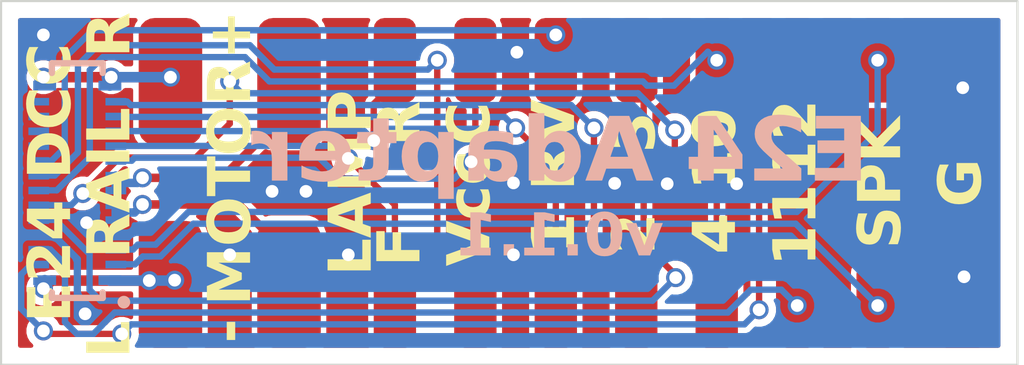
<source format=kicad_pcb>
(kicad_pcb (version 20241229) (generator "pcbnew") (generator_version "9.0")
  (title_block (date "2025-02-23") (rev "v0.1.1"))
  (layers (0 "F.Cu" signal) (2 "B.Cu" signal) (13 "F.Paste" user) (15 "B.Paste" user) (5 "F.SilkS" user "F.Silkscreen") (7 "B.SilkS" user "B.Silkscreen") (1 "F.Mask" user) (3 "B.Mask" user) (25 "Edge.Cuts" user))
  (net 0 "")
  (net 1 "/LAMP_FRONT")
  (net 2 "/AUX8 (VDC)")
  (net 3 "/AUX3")
  (net 4 "/AUX4")
  (net 5 "VCC")
  (net 6 "/TRACK_LEFT")
  (net 7 "/AUX10")
  (net 8 "/AUX11")
  (net 9 "/MOTOR_A")
  (net 10 "GND")
  (net 11 "/MOTOR_B")
  (net 12 "/AUX2 (VDC)")
  (net 13 "/TRACK_RIGHT")
  (net 14 "/AUX1 (VDC)")
  (net 15 "VDC")
  (net 16 "/AUX12")
  (net 17 "/CAP+")
  (net 18 "/LAMP_REAR")
  (net 19 "/AUX7 (VDC)")
  (net 20 "/AUX5 (VDC)")
  (net 21 "/AUX6 (VDC)")
  (net 22 "/SPEAKER_N")
  (net 23 "/SPEAKER_P")
  (footprint "e24-receiver-board:SolderWirePad_1x01_SMD_1x2mm" (layer "F.Cu") (at 145.05 66.75)
    (property "Reference" "J17" (hide yes))
    (property "Value" "AUX3" (hide yes))
    (pad "1" smd roundrect (at 0 0) (size 1 2) (layers "F.Cu" "F.Mask" "F.Paste") (net 3 "/AUX3"))
  )
  (footprint "e24-receiver-board:SolderWirePad_1x01_SMD_1x2mm" (layer "F.Cu") (at 146.95 72.55)
    (property "Reference" "J8" (hide yes))
    (property "Value" "AUX4" (hide yes))
    (pad "1" smd roundrect (at 0 0) (size 1 2) (layers "F.Cu" "F.Mask" "F.Paste") (net 4 "/AUX4"))
  )
  (footprint "e24-receiver-board:SolderWirePad_1x01_SMD_1x2mm" (layer "F.Cu") (at 150.75 66.75)
    (property "Reference" "J20" (hide yes))
    (property "Value" "SPEAKER+" (hide yes))
    (pad "1" smd roundrect (at 0 0) (size 1 2) (layers "F.Cu" "F.Mask" "F.Paste") (net 23 "/SPEAKER_P"))
  )
  (footprint "e24-receiver-board:SolderWirePad_1x01_SMD_1x2mm" (layer "F.Cu") (at 141.25 72.55)
    (property "Reference" "J5" (hide yes))
    (property "Value" "VCC" (hide yes))
    (pad "1" smd roundrect (at 0 0) (size 1 2) (layers "F.Cu" "F.Mask" "F.Paste") (net 5 "VCC"))
  )
  (footprint "e24-receiver-board:SolderWirePad_1x01_SMD_1.5x3mm" (layer "F.Cu") (at 136.85 67.25)
    (property "Reference" "J13" (hide yes))
    (property "Value" "MOTOR+" (hide yes))
    (pad "1" smd roundrect (at 0 0) (size 1.5 3) (layers "F.Cu" "F.Mask" "F.Paste") (net 9 "/MOTOR_A"))
  )
  (footprint "e24-receiver-board:SolderWirePad_1x01_SMD_1x2mm" (layer "F.Cu") (at 148.85 72.55)
    (property "Reference" "J9" (hide yes))
    (property "Value" "AUX11" (hide yes))
    (pad "1" smd roundrect (at 0 0) (size 1 2) (layers "F.Cu" "F.Mask" "F.Paste") (net 8 "/AUX11"))
  )
  (footprint "e24-receiver-board:SolderWirePad_1x01_SMD_1x2mm" (layer "F.Cu") (at 145.05 72.55)
    (property "Reference" "J7" (hide yes))
    (property "Value" "AUX2" (hide yes))
    (pad "1" smd roundrect (at 0 0) (size 1 2) (layers "F.Cu" "F.Mask" "F.Paste") (net 12 "/AUX2 (VDC)"))
  )
  (footprint "e24-receiver-board:SolderWirePad_1x01_SMD_1.5x3mm" (layer "F.Cu") (at 152.75 67.25)
    (property "Reference" "J21" (hide yes))
    (property "Value" "GND2" (hide yes))
    (pad "1" smd roundrect (at 0 0) (size 1.5 3) (layers "F.Cu" "F.Mask" "F.Paste") (net 10 "GND"))
  )
  (footprint "e24-receiver-board:SolderWirePad_1x01_SMD_1x2mm" (layer "F.Cu") (at 141.25 66.75)
    (property "Reference" "J15" (hide yes))
    (property "Value" "CAP+" (hide yes))
    (pad "1" smd roundrect (at 0 0) (size 1 2) (layers "F.Cu" "F.Mask" "F.Paste") (net 17 "/CAP+"))
  )
  (footprint "e24-receiver-board:SolderWirePad_1x01_SMD_1x2mm" (layer "F.Cu") (at 148.85 66.75)
    (property "Reference" "J19" (hide yes))
    (property "Value" "AUX12" (hide yes))
    (pad "1" smd roundrect (at 0 0) (size 1 2) (layers "F.Cu" "F.Mask" "F.Paste") (net 16 "/AUX12"))
  )
  (footprint "e24-receiver-board:SolderWirePad_1x01_SMD_1.5x3mm" (layer "F.Cu") (at 134.05 72.05)
    (property "Reference" "J2" (hide yes))
    (property "Value" "TRACK_LEFT" (hide yes))
    (pad "1" smd roundrect (at 0 0) (size 1.5 3) (layers "F.Cu" "F.Mask" "F.Paste") (net 6 "/TRACK_LEFT"))
  )
  (footprint "e24-receiver-board:SolderWirePad_1x01_SMD_1x2mm" (layer "F.Cu") (at 143.15 66.75)
    (property "Reference" "J16" (hide yes))
    (property "Value" "U+" (hide yes))
    (pad "1" smd roundrect (at 0 0) (size 1 2) (layers "F.Cu" "F.Mask" "F.Paste") (net 15 "VDC"))
  )
  (footprint "e24-receiver-board:SolderWirePad_1x01_SMD_1x2mm" (layer "F.Cu") (at 143.15 72.55)
    (property "Reference" "J6" (hide yes))
    (property "Value" "AUX1" (hide yes))
    (pad "1" smd roundrect (at 0 0) (size 1 2) (layers "F.Cu" "F.Mask" "F.Paste") (net 14 "/AUX1 (VDC)"))
  )
  (footprint "e24-receiver-board:SolderWirePad_1x01_SMD_1x2mm" (layer "F.Cu") (at 150.75 72.55)
    (property "Reference" "J10" (hide yes))
    (property "Value" "SPEAKER-" (hide yes))
    (pad "1" smd roundrect (at 0 0) (size 1 2) (layers "F.Cu" "F.Mask" "F.Paste") (net 22 "/SPEAKER_N"))
  )
  (footprint "e24-receiver-board:SolderWirePad_1x01_SMD_1x2mm" (layer "F.Cu") (at 139.35 66.75)
    (property "Reference" "J14" (hide yes))
    (property "Value" "LAMP_REAR" (hide yes))
    (pad "1" smd roundrect (at 0 0) (size 1 2) (layers "F.Cu" "F.Mask" "F.Paste") (net 18 "/LAMP_REAR"))
  )
  (footprint "e24-receiver-board:SolderWirePad_1x01_SMD_1x2mm" (layer "F.Cu") (at 146.95 66.75)
    (property "Reference" "J18" (hide yes))
    (property "Value" "AUX10" (hide yes))
    (pad "1" smd roundrect (at 0 0) (size 1 2) (layers "F.Cu" "F.Mask" "F.Paste") (net 7 "/AUX10"))
  )
  (footprint "e24-receiver-board:SolderWirePad_1x01_SMD_1.5x3mm" (layer "F.Cu") (at 134.05 67.25)
    (property "Reference" "J12" (hide yes))
    (property "Value" "TRACK_RIGHT" (hide yes))
    (pad "1" smd roundrect (at 0 0) (size 1.5 3) (layers "F.Cu" "F.Mask" "F.Paste") (net 13 "/TRACK_RIGHT"))
  )
  (footprint "e24-receiver-board:SolderWirePad_1x01_SMD_1.5x3mm" (layer "F.Cu") (at 136.85 72.05)
    (property "Reference" "J3" (hide yes))
    (property "Value" "MOTOR-" (hide yes))
    (pad "1" smd roundrect (at 0 0) (size 1.5 3) (layers "F.Cu" "F.Mask" "F.Paste") (net 11 "/MOTOR_B"))
  )
  (footprint "e24-receiver-board:SolderWirePad_1x01_SMD_1.5x3mm" (layer "F.Cu") (at 152.75 72.05)
    (property "Reference" "J11" (hide yes))
    (property "Value" "GND1" (hide yes))
    (pad "1" smd roundrect (at 0 0) (size 1.5 3) (layers "F.Cu" "F.Mask" "F.Paste") (net 10 "GND"))
  )
  (footprint "e24-receiver-board:SolderWirePad_1x01_SMD_1x2mm" (layer "F.Cu") (at 139.35 72.55)
    (property "Reference" "J4" (hide yes))
    (property "Value" "LAMP_FRONT" (hide yes))
    (pad "1" smd roundrect (at 0 0) (size 1 2) (layers "F.Cu" "F.Mask" "F.Paste") (net 1 "/LAMP_FRONT"))
  )
  (footprint "e24-receiver-board:CONN-SMD_24P-P0.35_5050702422" (layer "B.Cu") (at 131.85 69.65 90)
    (property "Reference" "J1" (hide yes))
    (property "Value" "5052742412" (hide yes))
    (fp_line (start 2.83 -0.6) (end 2.6 -0.6) (stroke (width 0.15)) (layer "B.SilkS"))
    (fp_line (start -2.59 -0.6) (end -2.72 -0.6) (stroke (width 0.15)) (layer "B.SilkS"))
    (fp_line (start -2.72 -0.6) (end -2.72 0.6) (stroke (width 0.15)) (layer "B.SilkS"))
    (fp_line (start 2.83 0.6) (end 2.83 -0.6) (stroke (width 0.15)) (layer "B.SilkS"))
    (fp_line (start 2.6 0.6) (end 2.83 0.6) (stroke (width 0.15)) (layer "B.SilkS"))
    (fp_line (start -2.72 0.6) (end -2.59 0.6) (stroke (width 0.15)) (layer "B.SilkS"))
    (fp_circle (center -2.82 1.1) (end -2.72 1.1) (stroke (width 0.1)) (fill yes) (layer "B.SilkS"))
    (pad "1" smd rect (at -1.93 0.91 270) (size 0.18 0.49) (layers "B.Cu" "B.Mask" "B.Paste") (net 22 "/SPEAKER_N"))
    (pad "2" smd rect (at -1.58 0.91 270) (size 0.18 0.49) (layers "B.Cu" "B.Mask" "B.Paste") (net 23 "/SPEAKER_P"))
    (pad "3" smd rect (at -1.23 0.91 270) (size 0.18 0.49) (layers "B.Cu" "B.Mask" "B.Paste") (net 10 "GND"))
    (pad "4" smd rect (at -0.88 0.91 270) (size 0.18 0.49) (layers "B.Cu" "B.Mask" "B.Paste") (net 11 "/MOTOR_B"))
    (pad "5" smd rect (at -0.53 0.91 270) (size 0.18 0.49) (layers "B.Cu" "B.Mask" "B.Paste") (net 11 "/MOTOR_B"))
    (pad "6" smd rect (at -0.18 0.91 270) (size 0.18 0.49) (layers "B.Cu" "B.Mask" "B.Paste") (net 9 "/MOTOR_A"))
    (pad "7" smd rect (at 0.17 0.91 270) (size 0.18 0.49) (layers "B.Cu" "B.Mask" "B.Paste") (net 9 "/MOTOR_A"))
    (pad "8" smd rect (at 0.52 0.91 270) (size 0.18 0.49) (layers "B.Cu" "B.Mask" "B.Paste") (net 17 "/CAP+"))
    (pad "9" smd rect (at 0.87 0.91 270) (size 0.18 0.49) (layers "B.Cu" "B.Mask" "B.Paste") (net 1 "/LAMP_FRONT"))
    (pad "10" smd rect (at 1.22 0.91 270) (size 0.18 0.49) (layers "B.Cu" "B.Mask" "B.Paste") (net 18 "/LAMP_REAR"))
    (pad "11" smd rect (at 1.57 0.91 270) (size 0.18 0.49) (layers "B.Cu" "B.Mask" "B.Paste") (net 14 "/AUX1 (VDC)"))
    (pad "12" smd rect (at 1.92 0.91 270) (size 0.18 0.49) (layers "B.Cu" "B.Mask" "B.Paste") (net 12 "/AUX2 (VDC)"))
    (pad "13" smd rect (at 1.92 -0.91 270) (size 0.18 0.49) (layers "B.Cu" "B.Mask" "B.Paste") (net 2 "/AUX8 (VDC)"))
    (pad "14" smd rect (at 1.57 -0.91 270) (size 0.18 0.49) (layers "B.Cu" "B.Mask" "B.Paste") (net 19 "/AUX7 (VDC)"))
    (pad "15" smd rect (at 1.22 -0.91 270) (size 0.18 0.49) (layers "B.Cu" "B.Mask" "B.Paste") (net 21 "/AUX6 (VDC)"))
    (pad "16" smd rect (at 0.87 -0.91 270) (size 0.18 0.49) (layers "B.Cu" "B.Mask" "B.Paste") (net 20 "/AUX5 (VDC)"))
    (pad "17" smd rect (at 0.52 -0.91 270) (size 0.18 0.49) (layers "B.Cu" "B.Mask" "B.Paste") (net 15 "VDC"))
    (pad "18" smd rect (at 0.17 -0.91 270) (size 0.18 0.49) (layers "B.Cu" "B.Mask" "B.Paste") (net 5 "VCC"))
    (pad "19" smd rect (at -0.18 -0.91 270) (size 0.18 0.49) (layers "B.Cu" "B.Mask" "B.Paste") (net 7 "/AUX10"))
    (pad "20" smd rect (at -0.53 -0.91 270) (size 0.18 0.49) (layers "B.Cu" "B.Mask" "B.Paste") (net 4 "/AUX4"))
    (pad "21" smd rect (at -0.88 -0.91 270) (size 0.18 0.49) (layers "B.Cu" "B.Mask" "B.Paste") (net 3 "/AUX3"))
    (pad "22" smd rect (at -1.23 -0.91 270) (size 0.18 0.49) (layers "B.Cu" "B.Mask" "B.Paste") (net 10 "GND"))
    (pad "23" smd rect (at -1.58 -0.91 270) (size 0.18 0.49) (layers "B.Cu" "B.Mask" "B.Paste") (net 8 "/AUX11"))
    (pad "24" smd rect (at -1.93 -0.91 270) (size 0.18 0.49) (layers "B.Cu" "B.Mask" "B.Paste") (net 16 "/AUX12"))
    (pad "X1A" smd rect (at -2.3 0.77 270) (size 0.23 0.54) (layers "B.Cu" "B.Mask" "B.Paste") (net 6 "/TRACK_LEFT"))
    (pad "X1B" smd rect (at -2.3 -0.77 270) (size 0.23 0.54) (layers "B.Cu" "B.Mask" "B.Paste") (net 6 "/TRACK_LEFT"))
    (pad "X2A" smd rect (at 2.3 0.77 270) (size 0.23 0.54) (layers "B.Cu" "B.Mask" "B.Paste") (net 13 "/TRACK_RIGHT"))
    (pad "X2B" smd rect (at 2.3 -0.77 270) (size 0.23 0.54) (layers "B.Cu" "B.Mask" "B.Paste") (net 13 "/TRACK_RIGHT"))
  )
  (gr_rect (start 130.05 65.35) (end 154.05 73.95) (stroke (width 0.05)) (fill no) (layer "Edge.Cuts"))
  (gr_text "SPK" (at 151.45 69.65 90) (layer "F.SilkS") (effects (font (size 1 1) (thickness 0.2) (bold yes)) (justify bottom)))
  (gr_text "G" (at 153.35 69.65 90) (layer "F.SilkS") (effects (font (size 1 1) (thickness 0.2) (bold yes)) (justify bottom)))
  (gr_text "L" (at 133.25 73.35 90) (layer "F.SilkS") (effects (font (size 1 1) (thickness 0.2) (bold yes)) (justify bottom)))
  (gr_text "MOTOR" (at 136.1 69.65 90) (layer "F.SilkS") (effects (font (size 1 1) (thickness 0.2) (bold yes)) (justify bottom)))
  (gr_text "R" (at 133.25 66.15 90) (layer "F.SilkS") (effects (font (size 1 1) (thickness 0.2) (bold yes)) (justify bottom)))
  (gr_text "11" (at 149.45 70.65 90) (layer "F.SilkS") (effects (font (size 1 1) (thickness 0.2) (bold yes)) (justify bottom)))
  (gr_text "+" (at 136.1 66.15 90) (layer "F.SilkS") (effects (font (size 1 1) (thickness 0.2) (bold yes)) (justify bottom)))
  (gr_text "2" (at 145.65 70.85 90) (layer "F.SilkS") (effects (font (size 1 1) (thickness 0.2) (bold yes)) (justify bottom)))
  (gr_text "-" (at 136.05 73.15 90) (layer "F.SilkS") (effects (font (size 1 1) (thickness 0.2) (bold yes)) (justify bottom)))
  (gr_text "3" (at 145.65 68.45 90) (layer "F.SilkS") (effects (font (size 1 1) (thickness 0.2) (bold yes)) (justify bottom)))
  (gr_text "E24 DCC" (at 131.85 69.65 90) (layer "F.SilkS") (effects (font (size 1 1) (thickness 0.2) (bold yes)) (justify bottom)))
  (gr_text "LAMP" (at 138.95 69.65 90) (layer "F.SilkS") (effects (font (size 1 1) (thickness 0.2) (bold yes)) (justify bottom)))
  (gr_text "RAIL" (at 133.25 69.65 90) (layer "F.SilkS") (effects (font (size 1 1) (thickness 0.2) (bold yes)) (justify bottom)))
  (gr_text "RV" (at 143.75 68.75 90) (layer "F.SilkS") (effects (font (size 1 1) (thickness 0.2) (bold yes)) (justify bottom)))
  (gr_text "C" (at 141.75 68.25 90) (layer "F.SilkS") (effects (font (size 1 1) (thickness 0.2) (bold yes)) (justify bottom)))
  (gr_text "12" (at 149.45 68.65 90) (layer "F.SilkS") (effects (font (size 1 1) (thickness 0.2) (bold yes)) (justify bottom)))
  (gr_text "R" (at 140.1 68.25 90) (layer "F.SilkS") (effects (font (size 1 1) (thickness 0.2) (bold yes)) (justify bottom)))
  (gr_text "1" (at 143.75 70.85 90) (layer "F.SilkS") (effects (font (size 1 1) (thickness 0.2) (bold yes)) (justify bottom)))
  (gr_text "4" (at 147.55 70.85 90) (layer "F.SilkS") (effects (font (size 1 1) (thickness 0.2) (bold yes)) (justify bottom)))
  (gr_text "10" (at 147.55 68.85 90) (layer "F.SilkS") (effects (font (size 1 1) (thickness 0.2) (bold yes)) (justify bottom)))
  (gr_text "F" (at 140.1 71.15 90) (layer "F.SilkS") (effects (font (size 1 1) (thickness 0.2) (bold yes)) (justify bottom)))
  (gr_text "Vcc" (at 141.75 70.25 90) (layer "F.SilkS") (effects (font (size 1 1) (thickness 0.2) (bold yes)) (justify bottom)))
  (gr_text "E24 Adapter" (at 143.25 69.85 0) (layer "B.SilkS") (effects (font (size 1.5 1.5) (thickness 0.3) (bold yes)) (justify bottom mirror)))
  (gr_text "${REVISION}" (at 143.25 70.95 0) (layer "B.SilkS") (effects (font (size 1 1) (thickness 0.2) (bold yes)) (justify mirror)))
  (segment (start 139.35 70.17) (end 139.35 72.55) (width 0.15) (layer "F.Cu") (net 1))
  (segment (start 138.25 69.07) (end 139.35 70.17) (width 0.15) (layer "F.Cu") (net 1))
  (via (at 138.25 69.07) (size 0.45) (drill 0.3) (layers "F.Cu" "B.Cu") (net 1))
  (segment (start 138.25 69.07) (end 137.955 68.775) (width 0.15) (layer "B.Cu") (net 1))
  (segment (start 137.955 68.775) (end 132.757 68.775) (width 0.15) (layer "B.Cu") (net 1))
  (segment (start 145.98 71.89) (end 145.98 71.829606) (width 0.15) (layer "F.Cu") (net 3))
  (segment (start 145.98 71.829606) (end 145.225 71.074606) (width 0.15) (layer "F.Cu") (net 3))
  (segment (start 145.225 71.074606) (end 145.225 66.946752) (width 0.15) (layer "F.Cu") (net 3))
  (via (at 145.98 71.89) (size 0.45) (drill 0.3) (layers "F.Cu" "B.Cu") (net 3))
  (segment (start 131.33098 70.525) (end 130.942 70.525) (width 0.15) (layer "B.Cu") (net 3))
  (segment (start 132.14 72.178248) (end 132.14 71.33402) (width 0.15) (layer "B.Cu") (net 3))
  (segment (start 145.435 72.435) (end 132.396752 72.435) (width 0.15) (layer "B.Cu") (net 3))
  (segment (start 132.396752 72.435) (end 132.14 72.178248) (width 0.15) (layer "B.Cu") (net 3))
  (segment (start 145.98 71.89) (end 145.435 72.435) (width 0.15) (layer "B.Cu") (net 3))
  (segment (start 132.14 71.33402) (end 131.33098 70.525) (width 0.15) (layer "B.Cu") (net 3))
  (segment (start 146.95 70.01) (end 146.95 72.55) (width 0.15) (layer "F.Cu") (net 4))
  (segment (start 145.96 69.02) (end 146.95 70.01) (width 0.15) (layer "F.Cu") (net 4))
  (segment (start 135.45 67.25) (end 135.45 68.25) (width 0.15) (layer "F.Cu") (net 4))
  (segment (start 132.85 69.05) (end 132 69.9) (width 0.15) (layer "F.Cu") (net 4))
  (segment (start 134.65 69.05) (end 132.85 69.05) (width 0.15) (layer "F.Cu") (net 4))
  (segment (start 135.45 68.25) (end 134.65 69.05) (width 0.15) (layer "F.Cu") (net 4))
  (segment (start 132 69.9) (end 131.98 69.9) (width 0.15) (layer "F.Cu") (net 4))
  (segment (start 145.96 68.4) (end 145.96 69.02) (width 0.15) (layer "F.Cu") (net 4))
  (via (at 131.98 69.9) (size 0.45) (drill 0.3) (layers "F.Cu" "B.Cu") (net 4))
  (via (at 135.45 67.25) (size 0.45) (drill 0.3) (layers "F.Cu" "B.Cu") (net 4))
  (via (at 145.96 68.4) (size 0.45) (drill 0.3) (layers "F.Cu" "B.Cu") (net 4))
  (segment (start 131.705 70.175) (end 130.942 70.175) (width 0.15) (layer "B.Cu") (net 4))
  (segment (start 145.09 67.53) (end 145.96 68.4) (width 0.15) (layer "B.Cu") (net 4))
  (segment (start 131.98 69.9) (end 131.705 70.175) (width 0.15) (layer "B.Cu") (net 4))
  (segment (start 135.73 67.53) (end 145.09 67.53) (width 0.15) (layer "B.Cu") (net 4))
  (segment (start 135.45 67.25) (end 135.73 67.53) (width 0.15) (layer "B.Cu") (net 4))
  (segment (start 140.35 71.15) (end 141.25 72.05) (width 0.15) (layer "F.Cu") (net 5))
  (segment (start 140.35 66.75) (end 140.35 71.15) (width 0.15) (layer "F.Cu") (net 5))
  (segment (start 141.25 72.05) (end 141.25 72.55) (width 0.15) (layer "F.Cu") (net 5))
  (via (at 140.35 66.75) (size 0.45) (drill 0.3) (layers "F.Cu" "B.Cu") (net 5))
  (segment (start 131.8655 66.866768) (end 131.8655 68.928764) (width 0.15) (layer "B.Cu") (net 5))
  (segment (start 140.35 66.75) (end 140.13 66.97) (width 0.15) (layer "B.Cu") (net 5))
  (segment (start 140.13 66.97) (end 136.501856 66.97) (width 0.15) (layer "B.Cu") (net 5))
  (segment (start 132.337268 66.395) (end 131.8655 66.866768) (width 0.15) (layer "B.Cu") (net 5))
  (segment (start 131.319264 69.475) (end 130.942 69.475) (width 0.15) (layer "B.Cu") (net 5))
  (segment (start 131.8655 68.928764) (end 131.319264 69.475) (width 0.15) (layer "B.Cu") (net 5))
  (segment (start 136.501856 66.97) (end 135.926856 66.395) (width 0.15) (layer "B.Cu") (net 5))
  (segment (start 135.926856 66.395) (end 132.337268 66.395) (width 0.15) (layer "B.Cu") (net 5))
  (segment (start 133.55 71.96) (end 131.24 71.96) (width 0.25) (layer "F.Cu") (net 6))
  (segment (start 131.24 71.96) (end 131.05 72.15) (width 0.25) (layer "F.Cu") (net 6))
  (segment (start 133.55 72.05) (end 134.05 72.05) (width 0.2) (layer "F.Cu") (net 6))
  (via (at 133.55 71.96) (size 0.45) (drill 0.3) (layers "F.Cu" "B.Cu") (net 6))
  (via (at 134.15 71.95) (size 0.45) (drill 0.3) (layers "F.Cu" "B.Cu") (net 6))
  (via (at 131.05 72.15) (size 0.45) (drill 0.3) (layers "F.Cu" "B.Cu") (net 6))
  (segment (start 134.14 71.96) (end 134.15 71.95) (width 0.25) (layer "B.Cu") (net 6))
  (segment (start 133.55 71.96) (end 134.14 71.96) (width 0.25) (layer "B.Cu") (net 6))
  (segment (start 131.082 72.118) (end 131.05 72.15) (width 0.25) (layer "B.Cu") (net 6))
  (segment (start 133.55 71.96) (end 132.628 71.96) (width 0.25) (layer "B.Cu") (net 6))
  (segment (start 132.628 71.96) (end 132.618 71.95) (width 0.2) (layer "B.Cu") (net 6))
  (segment (start 131.082 71.95) (end 131.082 72.118) (width 0.25) (layer "B.Cu") (net 6))
  (via (at 146.95 66.75) (size 0.45) (drill 0.3) (layers "F.Cu" "B.Cu") (net 7))
  (segment (start 145.20598 67.25) (end 136.385876 67.25) (width 0.15) (layer "B.Cu") (net 7))
  (segment (start 132.1455 69.044744) (end 131.365244 69.825) (width 0.15) (layer "B.Cu") (net 7))
  (segment (start 146.95 66.76) (end 146.74 66.55) (width 0.15) (layer "B.Cu") (net 7))
  (segment (start 146.95 66.75) (end 146.95 66.76) (width 0.15) (layer "B.Cu") (net 7))
  (segment (start 131.365244 69.825) (end 130.942 69.825) (width 0.15) (layer "B.Cu") (net 7))
  (segment (start 132.453248 66.675) (end 132.1455 66.982748) (width 0.15) (layer "B.Cu") (net 7))
  (segment (start 132.1455 66.982748) (end 132.1455 69.044744) (width 0.15) (layer "B.Cu") (net 7))
  (segment (start 145.94 67.35) (end 145.30598 67.35) (width 0.15) (layer "B.Cu") (net 7))
  (segment (start 136.385876 67.25) (end 135.810876 66.675) (width 0.15) (layer "B.Cu") (net 7))
  (segment (start 146.74 66.55) (end 145.94 67.35) (width 0.15) (layer "B.Cu") (net 7))
  (segment (start 145.30598 67.35) (end 145.20598 67.25) (width 0.15) (layer "B.Cu") (net 7))
  (segment (start 135.810876 66.675) (end 132.453248 66.675) (width 0.15) (layer "B.Cu") (net 7))
  (via (at 148.85 72.55) (size 0.45) (drill 0.3) (layers "F.Cu" "B.Cu") (net 8))
  (segment (start 132.425 73.026752) (end 132.231752 73.22) (width 0.15) (layer "B.Cu") (net 8))
  (segment (start 147.213248 72.715) (end 132.733248 72.715) (width 0.15) (layer "B.Cu") (net 8))
  (segment (start 147.753248 72.175) (end 147.213248 72.715) (width 0.15) (layer "B.Cu") (net 8))
  (segment (start 131.215 71.225) (end 130.942 71.225) (width 0.15) (layer "B.Cu") (net 8))
  (segment (start 132.733248 72.715) (end 132.425 73.023248) (width 0.15) (layer "B.Cu") (net 8))
  (segment (start 132.231752 73.22) (end 131.838248 73.22) (width 0.15) (layer "B.Cu") (net 8))
  (segment (start 131.56 71.57) (end 131.215 71.225) (width 0.15) (layer "B.Cu") (net 8))
  (segment (start 148.475 72.175) (end 147.753248 72.175) (width 0.15) (layer "B.Cu") (net 8))
  (segment (start 148.85 72.55) (end 148.475 72.175) (width 0.15) (layer "B.Cu") (net 8))
  (segment (start 131.838248 73.22) (end 131.56 72.941752) (width 0.15) (layer "B.Cu") (net 8))
  (segment (start 132.425 73.023248) (end 132.425 73.026752) (width 0.15) (layer "B.Cu") (net 8))
  (segment (start 131.56 72.941752) (end 131.56 71.57) (width 0.15) (layer "B.Cu") (net 8))
  (segment (start 136.85 67.95) (end 136.85 67.25) (width 0.2) (layer "F.Cu") (net 9))
  (segment (start 133.39 69.53) (end 135.27 69.53) (width 0.2) (layer "F.Cu") (net 9))
  (segment (start 135.27 69.53) (end 136.85 67.95) (width 0.2) (layer "F.Cu") (net 9))
  (via (at 133.39 69.53) (size 0.45) (drill 0.3) (layers "F.Cu" "B.Cu") (net 9))
  (segment (start 133.39 69.53) (end 133.27 69.65) (width 0.2) (layer "B.Cu") (net 9))
  (segment (start 132.757 69.825) (end 132.757 69.65) (width 0.2) (layer "B.Cu") (net 9))
  (segment (start 132.757 69.65) (end 132.757 69.475) (width 0.2) (layer "B.Cu") (net 9))
  (segment (start 133.27 69.65) (end 132.757 69.65) (width 0.2) (layer "B.Cu") (net 9))
  (via (at 142.15 69.65) (size 0.45) (drill 0.3) (layers "F.Cu" "B.Cu") (net 10))
  (via (at 131.05 66.15) (size 0.45) (drill 0.3) (layers "F.Cu" "B.Cu") (net 10))
  (via (at 145.78 69.67) (size 0.45) (drill 0.3) (layers "F.Cu" "B.Cu") (net 10))
  (via (at 135.45 71.35) (size 0.45) (drill 0.3) (layers "F.Cu" "B.Cu") (net 10))
  (via (at 147.42 69.67) (size 0.45) (drill 0.3) (layers "F.Cu" "B.Cu") (net 10))
  (via (at 152.79 71.87) (size 0.45) (drill 0.3) (layers "F.Cu" "B.Cu") (net 10))
  (via (at 152.76 67.4) (size 0.45) (drill 0.3) (layers "F.Cu" "B.Cu") (net 10))
  (via (at 136.45 69.85) (size 0.45) (drill 0.3) (layers "F.Cu" "B.Cu") (net 10))
  (via (at 142.15 71.35) (size 0.45) (drill 0.3) (layers "F.Cu" "B.Cu") (net 10))
  (via (at 144.54 69.66) (size 0.45) (drill 0.3) (layers "F.Cu" "B.Cu") (net 10))
  (via (at 132.035 72.745) (size 0.45) (drill 0.3) (layers "F.Cu" "B.Cu") (net 10))
  (via (at 142.23 66.56) (size 0.45) (drill 0.3) (layers "F.Cu" "B.Cu") (net 10))
  (via (at 137.25 69.85) (size 0.45) (drill 0.3) (layers "F.Cu" "B.Cu") (net 10))
  (via (at 138.25 71.35) (size 0.45) (drill 0.3) (layers "F.Cu" "B.Cu") (net 10))
  (via (at 132.07 70.59) (size 0.45) (drill 0.3) (layers "F.Cu" "B.Cu") (net 10))
  (segment (start 133.58 70.79) (end 133.2045 70.79) (width 0.15) (layer "B.Cu") (net 10))
  (segment (start 132.035 72.745) (end 131.86 72.57) (width 0.15) (layer "B.Cu") (net 10))
  (segment (start 131.86 71.45) (end 131.285 70.875) (width 0.15) (layer "B.Cu") (net 10))
  (segment (start 131.285 70.875) (end 130.942 70.875) (width 0.15) (layer "B.Cu") (net 10))
  (segment (start 134.52 69.85) (end 133.58 70.79) (width 0.15) (layer "B.Cu") (net 10))
  (segment (start 133.1195 70.875) (end 132.757 70.875) (width 0.15) (layer "B.Cu") (net 10))
  (segment (start 132.757 70.875) (end 132.355 70.875) (width 0.15) (layer "B.Cu") (net 10))
  (segment (start 136.45 69.85) (end 134.52 69.85) (width 0.15) (layer "B.Cu") (net 10))
  (segment (start 137.25 69.85) (end 136.45 69.85) (width 0.15) (layer "B.Cu") (net 10))
  (segment (start 133.2045 70.79) (end 133.1195 70.875) (width 0.15) (layer "B.Cu") (net 10))
  (segment (start 132.355 70.875) (end 132.07 70.59) (width 0.15) (layer "B.Cu") (net 10))
  (segment (start 131.86 72.57) (end 131.86 71.45) (width 0.15) (layer "B.Cu") (net 10))
  (segment (start 133.39 70.16) (end 135.66 70.16) (width 0.2) (layer "F.Cu") (net 11))
  (segment (start 135.66 70.16) (end 136.85 71.35) (width 0.2) (layer "F.Cu") (net 11))
  (segment (start 136.85 71.35) (end 136.85 72.05) (width 0.2) (layer "F.Cu") (net 11))
  (via (at 133.39 70.16) (size 0.45) (drill 0.3) (layers "F.Cu" "B.Cu") (net 11))
  (segment (start 133.39 70.16) (end 133.2 70.35) (width 0.2) (layer "B.Cu") (net 11))
  (segment (start 132.757 70.175) (end 132.757 70.35) (width 0.2) (layer "B.Cu") (net 11))
  (segment (start 133.2 70.35) (end 132.757 70.35) (width 0.2) (layer "B.Cu") (net 11))
  (segment (start 132.757 70.35) (end 132.757 70.525) (width 0.2) (layer "B.Cu") (net 11))
  (segment (start 144.05 68.35) (end 144.05 71.06) (width 0.15) (layer "F.Cu") (net 12))
  (segment (start 145.05 72.06) (end 145.05 72.55) (width 0.15) (layer "F.Cu") (net 12))
  (segment (start 144.05 71.06) (end 145.05 72.06) (width 0.15) (layer "F.Cu") (net 12))
  (via (at 144.05 68.35) (size 0.45) (drill 0.3) (layers "F.Cu" "B.Cu") (net 12))
  (segment (start 133.025 67.725) (end 132.757 67.725) (width 0.15) (layer "B.Cu") (net 12))
  (segment (start 133.11 67.81) (end 133.025 67.725) (width 0.15) (layer "B.Cu") (net 12))
  (segment (start 144.05 68.35) (end 143.51 67.81) (width 0.15) (layer "B.Cu") (net 12))
  (segment (start 143.51 67.81) (end 133.11 67.81) (width 0.15) (layer "B.Cu") (net 12))
  (segment (start 132.65 67.15) (end 134.05 67.15) (width 0.25) (layer "F.Cu") (net 13))
  (segment (start 131.05 67.15) (end 132.65 67.15) (width 0.25) (layer "F.Cu") (net 13))
  (via (at 132.65 67.15) (size 0.45) (drill 0.3) (layers "F.Cu" "B.Cu") (net 13))
  (via (at 131.05 67.15) (size 0.45) (drill 0.3) (layers "F.Cu" "B.Cu") (net 13))
  (via (at 134.05 67.15) (size 0.45) (drill 0.3) (layers "F.Cu" "B.Cu") (net 13))
  (segment (start 132.65 67.15) (end 132.618 67.182) (width 0.2) (layer "B.Cu") (net 13))
  (segment (start 132.818 67.15) (end 132.618 67.35) (width 0.25) (layer "B.Cu") (net 13))
  (segment (start 131.05 67.15) (end 131.082 67.182) (width 0.2) (layer "B.Cu") (net 13))
  (segment (start 131.082 67.182) (end 131.082 67.35) (width 0.2) (layer "B.Cu") (net 13))
  (segment (start 134.05 67.15) (end 132.818 67.15) (width 0.25) (layer "B.Cu") (net 13))
  (segment (start 132.618 67.182) (end 132.618 67.35) (width 0.2) (layer "B.Cu") (net 13))
  (segment (start 143.15 69.3) (end 143.15 72.55) (width 0.15) (layer "F.Cu") (net 14))
  (segment (start 142.2 68.35) (end 143.15 69.3) (width 0.15) (layer "F.Cu") (net 14))
  (via (at 142.2 68.35) (size 0.45) (drill 0.3) (layers "F.Cu" "B.Cu") (net 14))
  (segment (start 132.772 68.09) (end 132.757 68.075) (width 0.15) (layer "B.Cu") (net 14))
  (segment (start 141.94 68.09) (end 132.772 68.09) (width 0.15) (layer "B.Cu") (net 14))
  (segment (start 142.2 68.35) (end 141.94 68.09) (width 0.15) (layer "B.Cu") (net 14))
  (via (at 143.15 66.15) (size 0.45) (drill 0.3) (layers "F.Cu" "B.Cu") (net 15))
  (segment (start 132.21 66.04) (end 131.5545 66.6955) (width 0.15) (layer "B.Cu") (net 15))
  (segment (start 131.5545 66.6955) (end 131.5545 68.8155) (width 0.15) (layer "B.Cu") (net 15))
  (segment (start 143.15 66.15) (end 143.04 66.04) (width 0.15) (layer "B.Cu") (net 15))
  (segment (start 131.5545 68.8155) (end 131.245 69.125) (width 0.15) (layer "B.Cu") (net 15))
  (segment (start 131.245 69.125) (end 130.942 69.125) (width 0.15) (layer "B.Cu") (net 15))
  (segment (start 143.04 66.04) (end 132.21 66.04) (width 0.15) (layer "B.Cu") (net 15))
  (segment (start 131.05 73.15) (end 131.12 73.22) (width 0.15) (layer "F.Cu") (net 16))
  (segment (start 131.12 73.22) (end 132.9 73.22) (width 0.15) (layer "F.Cu") (net 16))
  (segment (start 147.95 72.65) (end 147.95 68.17) (width 0.15) (layer "F.Cu") (net 16))
  (segment (start 148.85 67.27) (end 148.85 66.75) (width 0.15) (layer "F.Cu") (net 16))
  (segment (start 147.95 68.17) (end 148.85 67.27) (width 0.15) (layer "F.Cu") (net 16))
  (via (at 131.05 73.15) (size 0.45) (drill 0.3) (layers "F.Cu" "B.Cu") (net 16))
  (via (at 147.95 72.65) (size 0.45) (drill 0.3) (layers "F.Cu" "B.Cu") (net 16))
  (via (at 132.9 73.22) (size 0.45) (drill 0.3) (layers "F.Cu" "B.Cu") (net 16))
  (segment (start 132.9 73.22) (end 133.125 72.995) (width 0.15) (layer "B.Cu") (net 16))
  (segment (start 130.525 72.625) (end 130.525 71.815) (width 0.15) (layer "B.Cu") (net 16))
  (segment (start 130.765 71.575) (end 130.942 71.575) (width 0.15) (layer "B.Cu") (net 16))
  (segment (start 130.525 71.815) (end 130.765 71.575) (width 0.15) (layer "B.Cu") (net 16))
  (segment (start 133.125 72.995) (end 147.605 72.995) (width 0.15) (layer "B.Cu") (net 16))
  (segment (start 147.605 72.995) (end 147.95 72.65) (width 0.15) (layer "B.Cu") (net 16))
  (segment (start 131.05 73.15) (end 130.525 72.625) (width 0.15) (layer "B.Cu") (net 16))
  (segment (start 141.25 69.05) (end 141.25 66.75) (width 0.15) (layer "F.Cu") (net 17))
  (segment (start 141.15 69.15) (end 141.25 69.05) (width 0.15) (layer "F.Cu") (net 17))
  (via (at 141.15 69.15) (size 0.45) (drill 0.3) (layers "F.Cu" "B.Cu") (net 17))
  (segment (start 133.2045 69.055) (end 133.1345 69.125) (width 0.15) (layer "B.Cu") (net 17))
  (segment (start 140.75 69.55) (end 138.058248 69.55) (width 0.15) (layer "B.Cu") (net 17))
  (segment (start 133.1345 69.125) (end 132.757 69.125) (width 0.15) (layer "B.Cu") (net 17))
  (segment (start 138.058248 69.55) (end 137.563248 69.055) (width 0.15) (layer "B.Cu") (net 17))
  (segment (start 137.563248 69.055) (end 133.2045 69.055) (width 0.15) (layer "B.Cu") (net 17))
  (segment (start 141.15 69.15) (end 140.75 69.55) (width 0.15) (layer "B.Cu") (net 17))
  (segment (start 138.85 67.78) (end 139.35 67.28) (width 0.15) (layer "F.Cu") (net 18))
  (segment (start 138.85 68.65) (end 138.85 67.78) (width 0.15) (layer "F.Cu") (net 18))
  (segment (start 139.35 67.28) (end 139.35 66.75) (width 0.15) (layer "F.Cu") (net 18))
  (via (at 138.85 68.65) (size 0.45) (drill 0.3) (layers "F.Cu" "B.Cu") (net 18))
  (segment (start 138.85 68.65) (end 138.625 68.425) (width 0.15) (layer "B.Cu") (net 18))
  (segment (start 138.625 68.425) (end 132.757 68.425) (width 0.15) (layer "B.Cu") (net 18))
  (via (at 150.75 72.55) (size 0.45) (drill 0.3) (layers "F.Cu" "B.Cu") (net 22))
  (segment (start 133.21146 71.575) (end 133.39646 71.39) (width 0.15) (layer "B.Cu") (net 22))
  (segment (start 133.39646 71.39) (end 133.81598 71.39) (width 0.15) (layer "B.Cu") (net 22))
  (segment (start 132.757 71.575) (end 133.21146 71.575) (width 0.15) (layer "B.Cu") (net 22))
  (segment (start 148.815 70.615) (end 150.75 72.55) (width 0.15) (layer "B.Cu") (net 22))
  (segment (start 133.81598 71.39) (end 134.59098 70.615) (width 0.15) (layer "B.Cu") (net 22))
  (segment (start 134.59098 70.615) (end 148.815 70.615) (width 0.15) (layer "B.Cu") (net 22))
  (via (at 150.75 66.75) (size 0.45) (drill 0.3) (layers "F.Cu" "B.Cu") (net 23))
  (segment (start 150.75 68.43) (end 150.75 66.75) (width 0.15) (layer "B.Cu") (net 23))
  (segment (start 132.757 71.225) (end 133.16548 71.225) (width 0.15) (layer "B.Cu") (net 23))
  (segment (start 133.7 71.11) (end 134.475 70.335) (width 0.15) (layer "B.Cu") (net 23))
  (segment (start 133.28048 71.11) (end 133.7 71.11) (width 0.15) (layer "B.Cu") (net 23))
  (segment (start 133.16548 71.225) (end 133.28048 71.11) (width 0.15) (layer "B.Cu") (net 23))
  (segment (start 148.845 70.335) (end 150.75 68.43) (width 0.15) (layer "B.Cu") (net 23))
  (segment (start 134.475 70.335) (end 148.845 70.335) (width 0.15) (layer "B.Cu") (net 23))
  (zone (net 10) (net_name "GND") (layers "F.Cu" "B.Cu") (connect_pads yes (clearance 0.1)) (min_thickness 0.1) (fill yes (thermal_gap 0.5) (thermal_bridge_width 0.5))
    (polygon (pts (xy 130.04 65.35) (xy 154.05 65.35) (xy 154.05 73.95) (xy 130.04 73.95)))
  )
)
</source>
